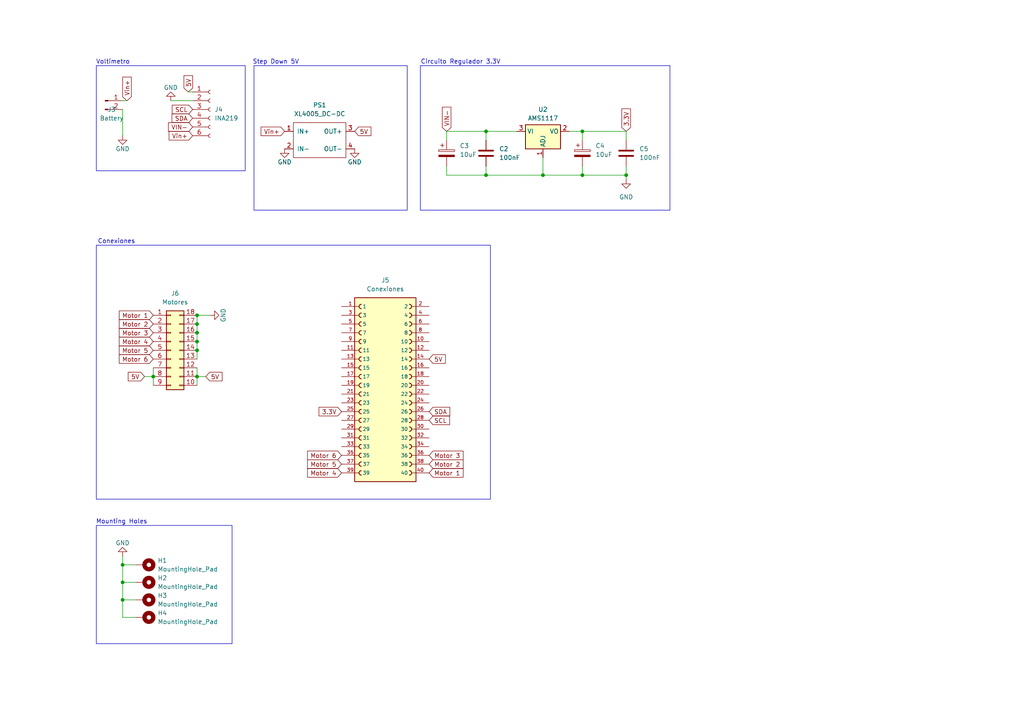
<source format=kicad_sch>
(kicad_sch (version 20231120) (generator "eeschema") (generator_version "8.0")
  (paper "A4")
  (lib_symbols
    (symbol "Connector:Conn_01x02_Pin" (pin_names (offset 1.016) hide)
      (property "Reference" "J" (at 0 2.54 0))
      (property "Value" "Conn_01x02_Pin" (at 0 -5.08 0))
      (symbol "Conn_01x02_Pin_1_1"
        (polyline (pts (xy 1.27 -2.54) (xy 0.8636 -2.54)) (stroke (width 0.1524)))
        (polyline (pts (xy 1.27 0) (xy 0.8636 0)) (stroke (width 0.1524)))
        (rectangle (start 0.8636 -2.413) (end 0 -2.667) (stroke (width 0.1524)) (fill (type outline)))
        (rectangle (start 0.8636 0.127) (end 0 -0.127) (stroke (width 0.1524)) (fill (type outline)))
        (pin passive line (at 5.08 0 180) (length 3.81) (name "Pin_1") (number "1"))
        (pin passive line (at 5.08 -2.54 180) (length 3.81) (name "Pin_2") (number "2"))
      )
    )
    (symbol "Connector:Conn_01x06_Socket" (pin_names (offset 1.016) hide)
      (property "Reference" "J" (at 0 7.62 0))
      (property "Value" "Conn_01x06_Socket" (at 0 -10.16 0))
      (symbol "Conn_01x06_Socket_1_1"
        (arc (start 0 -7.112) (mid -0.5058 -7.62) (end 0 -8.128) (stroke (width 0.1524)))
        (arc (start 0 -4.572) (mid -0.5058 -5.08) (end 0 -5.588) (stroke (width 0.1524)))
        (arc (start 0 -2.032) (mid -0.5058 -2.54) (end 0 -3.048) (stroke (width 0.1524)))
        (polyline (pts (xy -1.27 -7.62) (xy -0.508 -7.62)) (stroke (width 0.1524)))
        (polyline (pts (xy -1.27 -5.08) (xy -0.508 -5.08)) (stroke (width 0.1524)))
        (polyline (pts (xy -1.27 -2.54) (xy -0.508 -2.54)) (stroke (width 0.1524)))
        (polyline (pts (xy -1.27 0) (xy -0.508 0)) (stroke (width 0.1524)))
        (polyline (pts (xy -1.27 2.54) (xy -0.508 2.54)) (stroke (width 0.1524)))
        (polyline (pts (xy -1.27 5.08) (xy -0.508 5.08)) (stroke (width 0.1524)))
        (arc (start 0 0.508) (mid -0.5058 0) (end 0 -0.508) (stroke (width 0.1524)))
        (arc (start 0 3.048) (mid -0.5058 2.54) (end 0 2.032) (stroke (width 0.1524)))
        (arc (start 0 5.588) (mid -0.5058 5.08) (end 0 4.572) (stroke (width 0.1524)))
        (pin passive line (at -5.08 5.08 0) (length 3.81) (name "Pin_1") (number "1"))
        (pin passive line (at -5.08 2.54 0) (length 3.81) (name "Pin_2") (number "2"))
        (pin passive line (at -5.08 0 0) (length 3.81) (name "Pin_3") (number "3"))
        (pin passive line (at -5.08 -2.54 0) (length 3.81) (name "Pin_4") (number "4"))
        (pin passive line (at -5.08 -5.08 0) (length 3.81) (name "Pin_5") (number "5"))
        (pin passive line (at -5.08 -7.62 0) (length 3.81) (name "Pin_6") (number "6"))
      )
    )
    (symbol "Connector_Generic:Conn_02x09_Counter_Clockwise" (pin_names (offset 1.016) hide)
      (property "Reference" "J" (at 1.27 12.7 0))
      (property "Value" "Conn_02x09_Counter_Clockwise" (at 1.27 -12.7 0))
      (symbol "Conn_02x09_Counter_Clockwise_1_1"
        (rectangle (start -1.27 -10.033) (end 0 -10.287) (stroke (width 0.1524)))
        (rectangle (start -1.27 -7.493) (end 0 -7.747) (stroke (width 0.1524)))
        (rectangle (start -1.27 -4.953) (end 0 -5.207) (stroke (width 0.1524)))
        (rectangle (start -1.27 -2.413) (end 0 -2.667) (stroke (width 0.1524)))
        (rectangle (start -1.27 0.127) (end 0 -0.127) (stroke (width 0.1524)))
        (rectangle (start -1.27 2.667) (end 0 2.413) (stroke (width 0.1524)))
        (rectangle (start -1.27 5.207) (end 0 4.953) (stroke (width 0.1524)))
        (rectangle (start -1.27 7.747) (end 0 7.493) (stroke (width 0.1524)))
        (rectangle (start -1.27 10.287) (end 0 10.033) (stroke (width 0.1524)))
        (rectangle (start -1.27 11.43) (end 3.81 -11.43) (stroke (width 0.254)) (fill (type background)))
        (rectangle (start 3.81 -10.033) (end 2.54 -10.287) (stroke (width 0.1524)))
        (rectangle (start 3.81 -7.493) (end 2.54 -7.747) (stroke (width 0.1524)))
        (rectangle (start 3.81 -4.953) (end 2.54 -5.207) (stroke (width 0.1524)))
        (rectangle (start 3.81 -2.413) (end 2.54 -2.667) (stroke (width 0.1524)))
        (rectangle (start 3.81 0.127) (end 2.54 -0.127) (stroke (width 0.1524)))
        (rectangle (start 3.81 2.667) (end 2.54 2.413) (stroke (width 0.1524)))
        (rectangle (start 3.81 5.207) (end 2.54 4.953) (stroke (width 0.1524)))
        (rectangle (start 3.81 7.747) (end 2.54 7.493) (stroke (width 0.1524)))
        (rectangle (start 3.81 10.287) (end 2.54 10.033) (stroke (width 0.1524)))
        (pin passive line (at -5.08 10.16 0) (length 3.81) (name "Pin_1") (number "1"))
        (pin passive line (at 7.62 -10.16 180) (length 3.81) (name "Pin_10") (number "10"))
        (pin passive line (at 7.62 -7.62 180) (length 3.81) (name "Pin_11") (number "11"))
        (pin passive line (at 7.62 -5.08 180) (length 3.81) (name "Pin_12") (number "12"))
        (pin passive line (at 7.62 -2.54 180) (length 3.81) (name "Pin_13") (number "13"))
        (pin passive line (at 7.62 0 180) (length 3.81) (name "Pin_14") (number "14"))
        (pin passive line (at 7.62 2.54 180) (length 3.81) (name "Pin_15") (number "15"))
        (pin passive line (at 7.62 5.08 180) (length 3.81) (name "Pin_16") (number "16"))
        (pin passive line (at 7.62 7.62 180) (length 3.81) (name "Pin_17") (number "17"))
        (pin passive line (at 7.62 10.16 180) (length 3.81) (name "Pin_18") (number "18"))
        (pin passive line (at -5.08 7.62 0) (length 3.81) (name "Pin_2") (number "2"))
        (pin passive line (at -5.08 5.08 0) (length 3.81) (name "Pin_3") (number "3"))
        (pin passive line (at -5.08 2.54 0) (length 3.81) (name "Pin_4") (number "4"))
        (pin passive line (at -5.08 0 0) (length 3.81) (name "Pin_5") (number "5"))
        (pin passive line (at -5.08 -2.54 0) (length 3.81) (name "Pin_6") (number "6"))
        (pin passive line (at -5.08 -5.08 0) (length 3.81) (name "Pin_7") (number "7"))
        (pin passive line (at -5.08 -7.62 0) (length 3.81) (name "Pin_8") (number "8"))
        (pin passive line (at -5.08 -10.16 0) (length 3.81) (name "Pin_9") (number "9"))
      )
    )
    (symbol "Device:C" (pin_numbers hide) (pin_names (offset 0.254))
      (property "Reference" "C" (at 0.635 2.54 0))
      (property "Value" "C" (at 0.635 -2.54 0))
      (symbol "C_0_1"
        (polyline (pts (xy -2.032 -0.762) (xy 2.032 -0.762)) (stroke (width 0.508)))
        (polyline (pts (xy -2.032 0.762) (xy 2.032 0.762)) (stroke (width 0.508)))
      )
      (symbol "C_1_1"
        (pin passive line (at 0 3.81 270) (length 2.794) (name "~") (number "1"))
        (pin passive line (at 0 -3.81 90) (length 2.794) (name "~") (number "2"))
      )
    )
    (symbol "Device:C_Polarized" (pin_numbers hide) (pin_names (offset 0.254))
      (property "Reference" "C" (at 0.635 2.54 0))
      (property "Value" "C_Polarized" (at 0.635 -2.54 0))
      (symbol "C_Polarized_0_1"
        (rectangle (start -2.286 0.508) (end 2.286 1.016))
        (polyline (pts (xy -1.778 2.286) (xy -0.762 2.286)))
        (polyline (pts (xy -1.27 2.794) (xy -1.27 1.778)))
        (rectangle (start 2.286 -0.508) (end -2.286 -1.016) (fill (type outline)))
      )
      (symbol "C_Polarized_1_1"
        (pin passive line (at 0 3.81 270) (length 2.794) (name "~") (number "1"))
        (pin passive line (at 0 -3.81 90) (length 2.794) (name "~") (number "2"))
      )
    )
    (symbol "M20-6102045:M20-6102045" (pin_names (offset 1.016))
      (property "Reference" "J" (at -7.62 26.162 0))
      (property "Value" "M20-6102045" (at -7.62 -30.48 0))
      (symbol "M20-6102045_0_0"
        (rectangle (start -8.89 -27.94) (end 8.89 25.4) (stroke (width 0.254)) (fill (type background)))
        (arc (start -6.985 -24.765) (mid -7.6172 -25.4) (end -6.985 -26.035) (stroke (width 0.254)))
        (arc (start -6.985 -22.225) (mid -7.6172 -22.86) (end -6.985 -23.495) (stroke (width 0.254)))
        (arc (start -6.985 -19.685) (mid -7.6172 -20.32) (end -6.985 -20.955) (stroke (width 0.254)))
        (arc (start -6.985 -17.145) (mid -7.6172 -17.78) (end -6.985 -18.415) (stroke (width 0.254)))
        (arc (start -6.985 -14.605) (mid -7.6172 -15.24) (end -6.985 -15.875) (stroke (width 0.254)))
        (arc (start -6.985 -12.065) (mid -7.6172 -12.7) (end -6.985 -13.335) (stroke (width 0.254)))
        (arc (start -6.985 -9.525) (mid -7.6172 -10.16) (end -6.985 -10.795) (stroke (width 0.254)))
        (arc (start -6.985 -6.985) (mid -7.6172 -7.62) (end -6.985 -8.255) (stroke (width 0.254)))
        (arc (start -6.985 -4.445) (mid -7.6172 -5.08) (end -6.985 -5.715) (stroke (width 0.254)))
        (arc (start -6.985 -1.905) (mid -7.6172 -2.54) (end -6.985 -3.175) (stroke (width 0.254)))
        (arc (start -6.985 0.635) (mid -7.6172 0) (end -6.985 -0.635) (stroke (width 0.254)))
        (arc (start -6.985 3.175) (mid -7.6172 2.54) (end -6.985 1.905) (stroke (width 0.254)))
        (arc (start -6.985 5.715) (mid -7.6172 5.08) (end -6.985 4.445) (stroke (width 0.254)))
        (arc (start -6.985 8.255) (mid -7.6172 7.62) (end -6.985 6.985) (stroke (width 0.254)))
        (arc (start -6.985 10.795) (mid -7.6172 10.16) (end -6.985 9.525) (stroke (width 0.254)))
        (arc (start -6.985 13.335) (mid -7.6172 12.7) (end -6.985 12.065) (stroke (width 0.254)))
        (arc (start -6.985 15.875) (mid -7.6172 15.24) (end -6.985 14.605) (stroke (width 0.254)))
        (arc (start -6.985 18.415) (mid -7.6172 17.78) (end -6.985 17.145) (stroke (width 0.254)))
        (arc (start -6.985 20.955) (mid -7.6172 20.32) (end -6.985 19.685) (stroke (width 0.254)))
        (arc (start -6.985 23.495) (mid -7.6172 22.86) (end -6.985 22.225) (stroke (width 0.254)))
        (arc (start 6.985 -26.035) (mid 7.6172 -25.4) (end 6.985 -24.765) (stroke (width 0.254)))
        (arc (start 6.985 -23.495) (mid 7.6172 -22.86) (end 6.985 -22.225) (stroke (width 0.254)))
        (arc (start 6.985 -20.955) (mid 7.6172 -20.32) (end 6.985 -19.685) (stroke (width 0.254)))
        (arc (start 6.985 -18.415) (mid 7.6172 -17.78) (end 6.985 -17.145) (stroke (width 0.254)))
        (arc (start 6.985 -15.875) (mid 7.6172 -15.24) (end 6.985 -14.605) (stroke (width 0.254)))
        (arc (start 6.985 -13.335) (mid 7.6172 -12.7) (end 6.985 -12.065) (stroke (width 0.254)))
        (arc (start 6.985 -10.795) (mid 7.6172 -10.16) (end 6.985 -9.525) (stroke (width 0.254)))
        (arc (start 6.985 -8.255) (mid 7.6172 -7.62) (end 6.985 -6.985) (stroke (width 0.254)))
        (arc (start 6.985 -5.715) (mid 7.6172 -5.08) (end 6.985 -4.445) (stroke (width 0.254)))
        (arc (start 6.985 -3.175) (mid 7.6172 -2.54) (end 6.985 -1.905) (stroke (width 0.254)))
        (arc (start 6.985 -0.635) (mid 7.6172 0) (end 6.985 0.635) (stroke (width 0.254)))
        (arc (start 6.985 1.905) (mid 7.6172 2.54) (end 6.985 3.175) (stroke (width 0.254)))
        (arc (start 6.985 4.445) (mid 7.6172 5.08) (end 6.985 5.715) (stroke (width 0.254)))
        (arc (start 6.985 6.985) (mid 7.6172 7.62) (end 6.985 8.255) (stroke (width 0.254)))
        (arc (start 6.985 9.525) (mid 7.6172 10.16) (end 6.985 10.795) (stroke (width 0.254)))
        (arc (start 6.985 12.065) (mid 7.6172 12.7) (end 6.985 13.335) (stroke (width 0.254)))
        (arc (start 6.985 14.605) (mid 7.6172 15.24) (end 6.985 15.875) (stroke (width 0.254)))
        (arc (start 6.985 17.145) (mid 7.6172 17.78) (end 6.985 18.415) (stroke (width 0.254)))
        (arc (start 6.985 19.685) (mid 7.6172 20.32) (end 6.985 20.955) (stroke (width 0.254)))
        (arc (start 6.985 22.225) (mid 7.6172 22.86) (end 6.985 23.495) (stroke (width 0.254)))
        (pin passive line (at -12.7 22.86 0) (length 5.08) (name "1") (number "1"))
        (pin passive line (at 12.7 12.7 180) (length 5.08) (name "10") (number "10"))
        (pin passive line (at -12.7 10.16 0) (length 5.08) (name "11") (number "11"))
        (pin passive line (at 12.7 10.16 180) (length 5.08) (name "12") (number "12"))
        (pin passive line (at -12.7 7.62 0) (length 5.08) (name "13") (number "13"))
        (pin passive line (at 12.7 7.62 180) (length 5.08) (name "14") (number "14"))
        (pin passive line (at -12.7 5.08 0) (length 5.08) (name "15") (number "15"))
        (pin passive line (at 12.7 5.08 180) (length 5.08) (name "16") (number "16"))
        (pin passive line (at -12.7 2.54 0) (length 5.08) (name "17") (number "17"))
        (pin passive line (at 12.7 2.54 180) (length 5.08) (name "18") (number "18"))
        (pin passive line (at -12.7 0 0) (length 5.08) (name "19") (number "19"))
        (pin passive line (at 12.7 22.86 180) (length 5.08) (name "2") (number "2"))
        (pin passive line (at 12.7 0 180) (length 5.08) (name "20") (number "20"))
        (pin passive line (at -12.7 -2.54 0) (length 5.08) (name "21") (number "21"))
        (pin passive line (at 12.7 -2.54 180) (length 5.08) (name "22") (number "22"))
        (pin passive line (at -12.7 -5.08 0) (length 5.08) (name "23") (number "23"))
        (pin passive line (at 12.7 -5.08 180) (length 5.08) (name "24") (number "24"))
        (pin passive line (at -12.7 -7.62 0) (length 5.08) (name "25") (number "25"))
        (pin passive line (at 12.7 -7.62 180) (length 5.08) (name "26") (number "26"))
        (pin passive line (at -12.7 -10.16 0) (length 5.08) (name "27") (number "27"))
        (pin passive line (at 12.7 -10.16 180) (length 5.08) (name "28") (number "28"))
        (pin passive line (at -12.7 -12.7 0) (length 5.08) (name "29") (number "29"))
        (pin passive line (at -12.7 20.32 0) (length 5.08) (name "3") (number "3"))
        (pin passive line (at 12.7 -12.7 180) (length 5.08) (name "30") (number "30"))
        (pin passive line (at -12.7 -15.24 0) (length 5.08) (name "31") (number "31"))
        (pin passive line (at 12.7 -15.24 180) (length 5.08) (name "32") (number "32"))
        (pin passive line (at -12.7 -17.78 0) (length 5.08) (name "33") (number "33"))
        (pin passive line (at 12.7 -17.78 180) (length 5.08) (name "34") (number "34"))
        (pin passive line (at -12.7 -20.32 0) (length 5.08) (name "35") (number "35"))
        (pin passive line (at 12.7 -20.32 180) (length 5.08) (name "36") (number "36"))
        (pin passive line (at -12.7 -22.86 0) (length 5.08) (name "37") (number "37"))
        (pin passive line (at 12.7 -22.86 180) (length 5.08) (name "38") (number "38"))
        (pin passive line (at -12.7 -25.4 0) (length 5.08) (name "39") (number "39"))
        (pin passive line (at 12.7 20.32 180) (length 5.08) (name "4") (number "4"))
        (pin passive line (at 12.7 -25.4 180) (length 5.08) (name "40") (number "40"))
        (pin passive line (at -12.7 17.78 0) (length 5.08) (name "5") (number "5"))
        (pin passive line (at 12.7 17.78 180) (length 5.08) (name "6") (number "6"))
        (pin passive line (at -12.7 15.24 0) (length 5.08) (name "7") (number "7"))
        (pin passive line (at 12.7 15.24 180) (length 5.08) (name "8") (number "8"))
        (pin passive line (at -12.7 12.7 0) (length 5.08) (name "9") (number "9"))
      )
    )
    (symbol "Mechanical:MountingHole_Pad" (pin_numbers hide) (pin_names (offset 1.016) hide) (exclude_from_sim yes) (in_bom no)
      (property "Reference" "H" (at 0 6.35 0))
      (property "Value" "MountingHole_Pad" (at 0 4.445 0))
      (symbol "MountingHole_Pad_0_1"
        (circle (center 0 1.27) (radius 1.27) (stroke (width 1.27)))
      )
      (symbol "MountingHole_Pad_1_1"
        (pin input line (at 0 -2.54 90) (length 2.54) (name "1") (number "1"))
      )
    )
    (symbol "Regulator_Linear:AMS1117"
      (property "Reference" "U" (at -3.81 3.175 0))
      (property "Value" "AMS1117" (at 0 3.175 0))
      (symbol "AMS1117_0_1"
        (rectangle (start -5.08 -5.08) (end 5.08 1.905) (stroke (width 0.254)) (fill (type background)))
      )
      (symbol "AMS1117_1_1"
        (pin input line (at 0 -7.62 90) (length 2.54) (name "ADJ") (number "1"))
        (pin power_out line (at 7.62 0 180) (length 2.54) (name "VO") (number "2"))
        (pin power_in line (at -7.62 0 0) (length 2.54) (name "VI") (number "3"))
      )
    )
    (symbol "XL4005_DC-DC:XL4005_DC-DC" (pin_names (offset 1.016))
      (property "Reference" "PS" (at 0 0 0))
      (property "Value" "XL4005_DC-DC" (at 0 -7.62 0))
      (symbol "XL4005_DC-DC_0_1"
        (rectangle (start -7.62 5.08) (end 7.62 -5.08))
        (rectangle (start -5.08 2.54) (end -5.08 2.54))
        (rectangle (start -5.08 5.08) (end -5.08 5.08))
        (rectangle (start -2.54 5.08) (end -2.54 5.08))
      )
      (symbol "XL4005_DC-DC_1_1"
        (pin input line (at -10.16 2.54 0) (length 2.54) (name "IN+") (number "1"))
        (pin input line (at -10.16 -2.54 0) (length 2.54) (name "IN-") (number "2"))
        (pin output line (at 10.16 2.54 180) (length 2.54) (name "OUT+") (number "3"))
        (pin output line (at 10.16 -2.54 180) (length 2.54) (name "OUT-") (number "4"))
      )
    )
    (symbol "power:GND" (power) (pin_numbers hide) (pin_names (offset 0) hide)
      (property "Value" "GND" (at 0 -3.81 0))
      (symbol "GND_0_1"
        (polyline (pts (xy 0 0) (xy 0 -1.27) (xy 1.27 -1.27) (xy 0 -2.54) (xy -1.27 -1.27) (xy 0 -1.27)))
      )
      (symbol "GND_1_1"
        (pin power_in line (at 0 0 270) (length 0) (name "~") (number "1"))
      )
    )
  )
  (junction (at 157.48 50.8))
  (junction (at 57.15 101.6))
  (junction (at 57.15 109.22))
  (junction (at 57.15 93.98))
  (junction (at 44.45 109.22))
  (junction (at 35.56 168.91))
  (junction (at 57.15 91.44))
  (junction (at 35.56 163.83))
  (junction (at 168.91 38.1))
  (junction (at 57.15 99.06))
  (junction (at 140.97 50.8))
  (junction (at 181.61 50.8))
  (junction (at 140.97 38.1))
  (junction (at 35.56 173.99))
  (junction (at 57.15 96.52))
  (junction (at 168.91 50.8))
  (wire (pts (xy 57.15 109.22) (xy 59.69 109.22)))
  (wire (pts (xy 39.37 163.83) (xy 35.56 163.83)))
  (wire (pts (xy 181.61 38.1) (xy 181.61 40.64)))
  (wire (pts (xy 168.91 48.26) (xy 168.91 50.8)))
  (wire (pts (xy 149.86 38.1) (xy 140.97 38.1)))
  (wire (pts (xy 57.15 91.44) (xy 60.96 91.44)))
  (wire (pts (xy 57.15 99.06) (xy 57.15 101.6)))
  (wire (pts (xy 35.56 39.37) (xy 35.56 31.75)))
  (wire (pts (xy 181.61 48.26) (xy 181.61 50.8)))
  (wire (pts (xy 39.37 179.07) (xy 35.56 179.07)))
  (wire (pts (xy 57.15 101.6) (xy 57.15 104.14)))
  (wire (pts (xy 35.56 173.99) (xy 35.56 168.91)))
  (wire (pts (xy 35.56 179.07) (xy 35.56 173.99)))
  (wire (pts (xy 35.56 168.91) (xy 35.56 163.83)))
  (wire (pts (xy 140.97 38.1) (xy 140.97 40.64)))
  (wire (pts (xy 168.91 38.1) (xy 168.91 40.64)))
  (wire (pts (xy 129.54 40.64) (xy 129.54 38.1)))
  (wire (pts (xy 157.48 50.8) (xy 168.91 50.8)))
  (wire (pts (xy 41.91 109.22) (xy 44.45 109.22)))
  (wire (pts (xy 129.54 38.1) (xy 140.97 38.1)))
  (wire (pts (xy 39.37 168.91) (xy 35.56 168.91)))
  (wire (pts (xy 49.53 29.21) (xy 55.88 29.21)))
  (wire (pts (xy 157.48 45.72) (xy 157.48 50.8)))
  (wire (pts (xy 129.54 48.26) (xy 129.54 50.8)))
  (wire (pts (xy 54.61 26.67) (xy 55.88 26.67)))
  (wire (pts (xy 57.15 91.44) (xy 57.15 93.98)))
  (wire (pts (xy 181.61 52.07) (xy 181.61 50.8)))
  (wire (pts (xy 36.83 29.21) (xy 35.56 29.21)))
  (wire (pts (xy 57.15 96.52) (xy 57.15 99.06)))
  (wire (pts (xy 57.15 106.68) (xy 57.15 109.22)))
  (wire (pts (xy 157.48 50.8) (xy 140.97 50.8)))
  (wire (pts (xy 165.1 38.1) (xy 168.91 38.1)))
  (wire (pts (xy 57.15 109.22) (xy 57.15 111.76)))
  (wire (pts (xy 168.91 50.8) (xy 181.61 50.8)))
  (wire (pts (xy 35.56 163.83) (xy 35.56 161.29)))
  (wire (pts (xy 140.97 48.26) (xy 140.97 50.8)))
  (wire (pts (xy 44.45 106.68) (xy 44.45 109.22)))
  (wire (pts (xy 44.45 109.22) (xy 44.45 111.76)))
  (wire (pts (xy 140.97 50.8) (xy 129.54 50.8)))
  (wire (pts (xy 39.37 173.99) (xy 35.56 173.99)))
  (wire (pts (xy 57.15 93.98) (xy 57.15 96.52)))
  (wire (pts (xy 168.91 38.1) (xy 181.61 38.1)))
  (rectangle (start 27.94 71.12) (end 142.24 144.78))
  (rectangle (start 27.94 19.05) (end 71.12 49.53))
  (rectangle (start 27.94 152.4) (end 67.31 186.69))
  (rectangle (start 73.66 19.05) (end 118.11 60.96))
  (rectangle (start 121.92 19.05) (end 194.31 60.96))
  (text "Circuito Regulador 3.3V\n" (at 133.604 18.034 0) (effects (font (size 1.27 1.27))))
  (text "Step Down 5V\n" (at 80.01 18.034 0) (effects (font (size 1.27 1.27))))
  (text "Voltimetro\n" (at 32.766 18.034 0) (effects (font (size 1.27 1.27))))
  (text "Conexiones" (at 33.782 70.104 0) (effects (font (size 1.27 1.27))))
  (text "Mounting Holes\n" (at 35.306 151.384 0) (effects (font (size 1.27 1.27))))
  (global_label "5V" (shape input) (at 124.46 104.14 0) (property "Intersheetrefs" "${INTERSHEET_REFS}" (effects (hide yes))))
  (global_label "5V" (shape input) (at 59.69 109.22 0) (property "Intersheetrefs" "${INTERSHEET_REFS}" (effects (hide yes))))
  (global_label "5V" (shape input) (at 41.91 109.22 180) (property "Intersheetrefs" "${INTERSHEET_REFS}" (effects (hide yes))))
  (global_label "SDA" (shape input) (at 55.88 34.29 180) (property "Intersheetrefs" "${INTERSHEET_REFS}" (effects (hide yes))))
  (global_label "Motor 4" (shape input) (at 44.45 99.06 180) (property "Intersheetrefs" "${INTERSHEET_REFS}" (effects (hide yes))))
  (global_label "VIN-" (shape input) (at 129.54 38.1 90) (property "Intersheetrefs" "${INTERSHEET_REFS}" (effects (hide yes))))
  (global_label "VIN-" (shape input) (at 55.88 36.83 180) (property "Intersheetrefs" "${INTERSHEET_REFS}" (effects (hide yes))))
  (global_label "Motor 6" (shape input) (at 44.45 104.14 180) (property "Intersheetrefs" "${INTERSHEET_REFS}" (effects (hide yes))))
  (global_label "5V" (shape input) (at 54.61 26.67 90) (property "Intersheetrefs" "${INTERSHEET_REFS}" (effects (hide yes))))
  (global_label "Motor 3" (shape input) (at 124.46 132.08 0) (property "Intersheetrefs" "${INTERSHEET_REFS}" (effects (hide yes))))
  (global_label "5V" (shape input) (at 102.87 38.1 0) (property "Intersheetrefs" "${INTERSHEET_REFS}" (effects (hide yes))))
  (global_label "Motor 3" (shape input) (at 44.45 96.52 180) (property "Intersheetrefs" "${INTERSHEET_REFS}" (effects (hide yes))))
  (global_label "SCL" (shape input) (at 124.46 121.92 0) (property "Intersheetrefs" "${INTERSHEET_REFS}" (effects (hide yes))))
  (global_label "Motor 2" (shape input) (at 124.46 134.62 0) (property "Intersheetrefs" "${INTERSHEET_REFS}" (effects (hide yes))))
  (global_label "Motor 4" (shape input) (at 99.06 137.16 180) (property "Intersheetrefs" "${INTERSHEET_REFS}" (effects (hide yes))))
  (global_label "Motor 2" (shape input) (at 44.45 93.98 180) (property "Intersheetrefs" "${INTERSHEET_REFS}" (effects (hide yes))))
  (global_label "Motor 5" (shape input) (at 99.06 134.62 180) (property "Intersheetrefs" "${INTERSHEET_REFS}" (effects (hide yes))))
  (global_label "Motor 6" (shape input) (at 99.06 132.08 180) (property "Intersheetrefs" "${INTERSHEET_REFS}" (effects (hide yes))))
  (global_label "Vin+" (shape input) (at 55.88 39.37 180) (property "Intersheetrefs" "${INTERSHEET_REFS}" (effects (hide yes))))
  (global_label "3.3V" (shape input) (at 99.06 119.38 180) (property "Intersheetrefs" "${INTERSHEET_REFS}" (effects (hide yes))))
  (global_label "Vin+" (shape input) (at 36.83 29.21 90) (property "Intersheetrefs" "${INTERSHEET_REFS}" (effects (hide yes))))
  (global_label "Motor 5" (shape input) (at 44.45 101.6 180) (property "Intersheetrefs" "${INTERSHEET_REFS}" (effects (hide yes))))
  (global_label "Vin+" (shape input) (at 82.55 38.1 180) (property "Intersheetrefs" "${INTERSHEET_REFS}" (effects (hide yes))))
  (global_label "SCL" (shape input) (at 55.88 31.75 180) (property "Intersheetrefs" "${INTERSHEET_REFS}" (effects (hide yes))))
  (global_label "Motor 1" (shape input) (at 124.46 137.16 0) (property "Intersheetrefs" "${INTERSHEET_REFS}" (effects (hide yes))))
  (global_label "3.3V" (shape input) (at 181.61 38.1 90) (property "Intersheetrefs" "${INTERSHEET_REFS}" (effects (hide yes))))
  (global_label "SDA" (shape input) (at 124.46 119.38 0) (property "Intersheetrefs" "${INTERSHEET_REFS}" (effects (hide yes))))
  (global_label "Motor 1" (shape input) (at 44.45 91.44 180) (property "Intersheetrefs" "${INTERSHEET_REFS}" (effects (hide yes))))
  (symbol (lib_id "power:GND") (at 181.61 52.07 0) (unit 1)
    (property "Reference" "#PWR03" (effects (hide yes)))
    (property "Value" "GND" (at 181.61 57.15 0))
    (property "Description" "Power symbol creates a global label with name \"GND\" , ground" (effects (hide yes)))
  )
  (symbol (lib_id "power:GND") (at 102.87 43.18 0) (unit 1)
    (property "Reference" "#PWR02" (effects (hide yes)))
    (property "Value" "GND" (at 102.87 46.99 0))
    (property "Description" "Power symbol creates a global label with name \"GND\" , ground" (effects (hide yes)))
  )
  (symbol (lib_id "Device:C") (at 181.61 44.45 0) (unit 1)
    (property "Reference" "C5" (at 185.42 43.1799 0) (effects (justify left)))
    (property "Value" "100nF" (at 185.42 45.7199 0) (effects (justify left)))
    (property "Footprint" "Capacitor_THT:C_Disc_D5.0mm_W2.5mm_P2.50mm" (effects (hide yes)))
    (property "Description" "Unpolarized capacitor" (effects (hide yes)))
  )
  (symbol (lib_id "XL4005_DC-DC:XL4005_DC-DC") (at 92.71 40.64 0) (unit 1)
    (property "Reference" "PS1" (at 92.71 30.48 0))
    (property "Value" "XL4005_DC-DC" (at 92.71 33.02 0))
    (property "Footprint" "XL4005:XL4005_DC-DC" (effects (hide yes)))
  )
  (symbol (lib_id "Mechanical:MountingHole_Pad") (at 41.91 168.91 270) (unit 1) (exclude_from_sim yes) (in_bom no)
    (property "Reference" "H2" (at 45.72 167.6399 90) (effects (justify left)))
    (property "Value" "MountingHole_Pad" (at 45.72 170.1799 90) (effects (justify left)))
    (property "Footprint" "MountingHole:MountingHole_3.2mm_M3_Pad_Via" (effects (hide yes)))
    (property "Description" "Mounting Hole with connection" (effects (hide yes)))
  )
  (symbol (lib_id "Mechanical:MountingHole_Pad") (at 41.91 163.83 270) (unit 1) (exclude_from_sim yes) (in_bom no)
    (property "Reference" "H1" (at 45.72 162.5599 90) (effects (justify left)))
    (property "Value" "MountingHole_Pad" (at 45.72 165.0999 90) (effects (justify left)))
    (property "Footprint" "MountingHole:MountingHole_3.2mm_M3_Pad_Via" (effects (hide yes)))
    (property "Description" "Mounting Hole with connection" (effects (hide yes)))
  )
  (symbol (lib_id "Regulator_Linear:AMS1117") (at 157.48 38.1 0) (unit 1)
    (property "Reference" "U2" (at 157.48 31.75 0))
    (property "Value" "AMS1117" (at 157.48 34.29 0))
    (property "Footprint" "Package_TO_SOT_SMD:SOT-223-3_TabPin2" (effects (hide yes)))
    (property "Datasheet" "http://www.advanced-monolithic.com/pdf/ds1117.pdf" (effects (hide yes)))
    (property "Description" "1A Low Dropout regulator, positive, adjustable output, SOT-223" (effects (hide yes)))
  )
  (symbol (lib_id "power:GND") (at 49.53 29.21 180) (unit 1)
    (property "Reference" "#PWR05" (effects (hide yes)))
    (property "Value" "GND" (at 49.53 25.4 0))
    (property "Description" "Power symbol creates a global label with name \"GND\" , ground" (effects (hide yes)))
  )
  (symbol (lib_id "Connector:Conn_01x06_Socket") (at 60.96 31.75 0) (unit 1)
    (property "Reference" "J4" (at 62.23 31.7499 0) (effects (justify left)))
    (property "Value" "INA219" (at 62.23 34.2899 0) (effects (justify left)))
    (property "Footprint" "Connector_PinSocket_2.54mm:PinSocket_1x06_P2.54mm_Vertical" (effects (hide yes)))
    (property "Description" "Generic connector, single row, 01x06, script generated" (effects (hide yes)))
  )
  (symbol (lib_id "power:GND") (at 82.55 43.18 0) (unit 1)
    (property "Reference" "#PWR01" (effects (hide yes)))
    (property "Value" "GND" (at 82.55 46.99 0))
    (property "Description" "Power symbol creates a global label with name \"GND\" , ground" (effects (hide yes)))
  )
  (symbol (lib_id "power:GND") (at 35.56 39.37 0) (unit 1)
    (property "Reference" "#PWR04" (effects (hide yes)))
    (property "Value" "GND" (at 35.56 43.18 0))
    (property "Description" "Power symbol creates a global label with name \"GND\" , ground" (effects (hide yes)))
  )
  (symbol (lib_id "M20-6102045:M20-6102045") (at 111.76 111.76 0) (unit 1)
    (property "Reference" "J5" (at 111.76 81.28 0))
    (property "Value" "Conexiones" (at 111.76 83.82 0))
    (property "Footprint" "M20-6102045:HARWIN_M20-6102045" (effects (hide yes)))
    (property "MF" "Harwin" (effects (hide yes)))
    (property "MAXIMUM_PACKAGE_HEIGHT" "11.05mm" (effects (hide yes)))
    (property "Package" "None" (effects (hide yes)))
    (property "Price" "None" (effects (hide yes)))
    (property "Check_prices" "https://www.snapeda.com/parts/M20-6102045/Harwin/view-part/?ref=eda" (effects (hide yes)))
    (property "STANDARD" "Manufacturer Recommendations" (effects (hide yes)))
    (property "PARTREV" "13" (effects (hide yes)))
    (property "SnapEDA_Link" "https://www.snapeda.com/parts/M20-6102045/Harwin/view-part/?ref=snap" (effects (hide yes)))
    (property "MP" "M20-6102045" (effects (hide yes)))
    (property "Description_1" "\n                        \n                            PC/104 Stackthrough Connector, 2.54mm (0.1) Pitch DIL, gold (hi-temp mould), 20+20 contacts\n                        \n" (effects (hide yes)))
    (property "Availability" "In Stock" (effects (hide yes)))
    (property "MANUFACTURER" "Harwin" (effects (hide yes)))
  )
  (symbol (lib_id "Device:C_Polarized") (at 168.91 44.45 0) (unit 1)
    (property "Reference" "C4" (at 172.72 42.2909 0) (effects (justify left)))
    (property "Value" "10uF" (at 172.72 44.8309 0) (effects (justify left)))
    (property "Footprint" "Capacitor_THT:CP_Radial_D5.0mm_P2.50mm" (effects (hide yes)))
    (property "Description" "Polarized capacitor" (effects (hide yes)))
  )
  (symbol (lib_id "Device:C_Polarized") (at 129.54 44.45 0) (unit 1)
    (property "Reference" "C3" (at 133.35 42.2909 0) (effects (justify left)))
    (property "Value" "10uF" (at 133.35 44.8309 0) (effects (justify left)))
    (property "Footprint" "Capacitor_THT:CP_Radial_D5.0mm_P2.50mm" (effects (hide yes)))
    (property "Description" "Polarized capacitor" (effects (hide yes)))
  )
  (symbol (lib_id "power:GND") (at 60.96 91.44 90) (unit 1)
    (property "Reference" "#PWR07" (effects (hide yes)))
    (property "Value" "GND" (at 64.77 91.44 0))
    (property "Description" "Power symbol creates a global label with name \"GND\" , ground" (effects (hide yes)))
  )
  (symbol (lib_id "Connector_Generic:Conn_02x09_Counter_Clockwise") (at 49.53 101.6 0) (unit 1)
    (property "Reference" "J6" (at 50.8 85.09 0))
    (property "Value" "Motores" (at 50.8 87.63 0))
    (property "Footprint" "Connector_PinHeader_2.54mm:PinHeader_2x09_P2.54mm_Horizontal" (effects (hide yes)))
    (property "Description" "Generic connector, double row, 02x09, counter clockwise pin numbering scheme (similar to DIP package numbering), script generated (kicad-library-utils/schlib/autogen/connector/)" (effects (hide yes)))
  )
  (symbol (lib_id "Device:C") (at 140.97 44.45 0) (unit 1)
    (property "Reference" "C2" (at 144.78 43.1799 0) (effects (justify left)))
    (property "Value" "100nF" (at 144.78 45.7199 0) (effects (justify left)))
    (property "Footprint" "Capacitor_THT:C_Disc_D5.0mm_W2.5mm_P2.50mm" (effects (hide yes)))
    (property "Description" "Unpolarized capacitor" (effects (hide yes)))
  )
  (symbol (lib_id "Mechanical:MountingHole_Pad") (at 41.91 179.07 270) (unit 1) (exclude_from_sim yes) (in_bom no)
    (property "Reference" "H4" (at 45.72 177.7999 90) (effects (justify left)))
    (property "Value" "MountingHole_Pad" (at 45.72 180.3399 90) (effects (justify left)))
    (property "Footprint" "MountingHole:MountingHole_3.2mm_M3_Pad_Via" (effects (hide yes)))
    (property "Description" "Mounting Hole with connection" (effects (hide yes)))
  )
  (symbol (lib_id "Connector:Conn_01x02_Pin") (at 30.48 29.21 0) (unit 1)
    (property "Reference" "J3" (at 32.385 31.75 0))
    (property "Value" "Battery" (at 32.385 34.29 0))
    (property "Footprint" "Connector_JST:JST_PH_S2B-PH-K_1x02_P2.00mm_Horizontal" (effects (hide yes)))
    (property "Description" "Generic connector, single row, 01x02, script generated" (effects (hide yes)))
  )
  (symbol (lib_id "power:GND") (at 35.56 161.29 180) (unit 1)
    (property "Reference" "#PWR08" (effects (hide yes)))
    (property "Value" "GND" (at 35.56 157.48 0))
    (property "Description" "Power symbol creates a global label with name \"GND\" , ground" (effects (hide yes)))
  )
  (symbol (lib_id "Mechanical:MountingHole_Pad") (at 41.91 173.99 270) (unit 1) (exclude_from_sim yes) (in_bom no)
    (property "Reference" "H3" (at 45.72 172.7199 90) (effects (justify left)))
    (property "Value" "MountingHole_Pad" (at 45.72 175.2599 90) (effects (justify left)))
    (property "Footprint" "MountingHole:MountingHole_3.2mm_M3_Pad_Via" (effects (hide yes)))
    (property "Description" "Mounting Hole with connection" (effects (hide yes)))
  )
)
</source>
